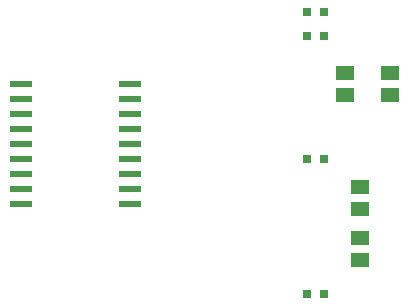
<source format=gbr>
G04 EAGLE Gerber RS-274X export*
G75*
%MOMM*%
%FSLAX34Y34*%
%LPD*%
%INSolderpaste Top*%
%IPPOS*%
%AMOC8*
5,1,8,0,0,1.08239X$1,22.5*%
G01*
G04 Define Apertures*
%ADD10R,1.903700X0.601500*%
%ADD11R,0.800000X0.800000*%
%ADD12R,1.500000X1.300000*%
D10*
X68235Y266700D03*
X68235Y254000D03*
X68235Y241300D03*
X68235Y228600D03*
X68235Y215900D03*
X68235Y203200D03*
X68235Y190500D03*
X68235Y177800D03*
X68235Y165100D03*
X160365Y165100D03*
X160365Y177800D03*
X160365Y190500D03*
X160365Y203200D03*
X160365Y215900D03*
X160365Y228600D03*
X160365Y241300D03*
X160365Y254000D03*
X160365Y266700D03*
D11*
X325000Y88900D03*
X310000Y88900D03*
X325000Y203200D03*
X310000Y203200D03*
X325000Y307500D03*
X310000Y307500D03*
D12*
X355600Y117500D03*
X355600Y136500D03*
X355600Y179500D03*
X355600Y160500D03*
X342900Y276200D03*
X342900Y257200D03*
D11*
X325000Y327500D03*
X310000Y327500D03*
D12*
X381000Y276200D03*
X381000Y257200D03*
M02*

</source>
